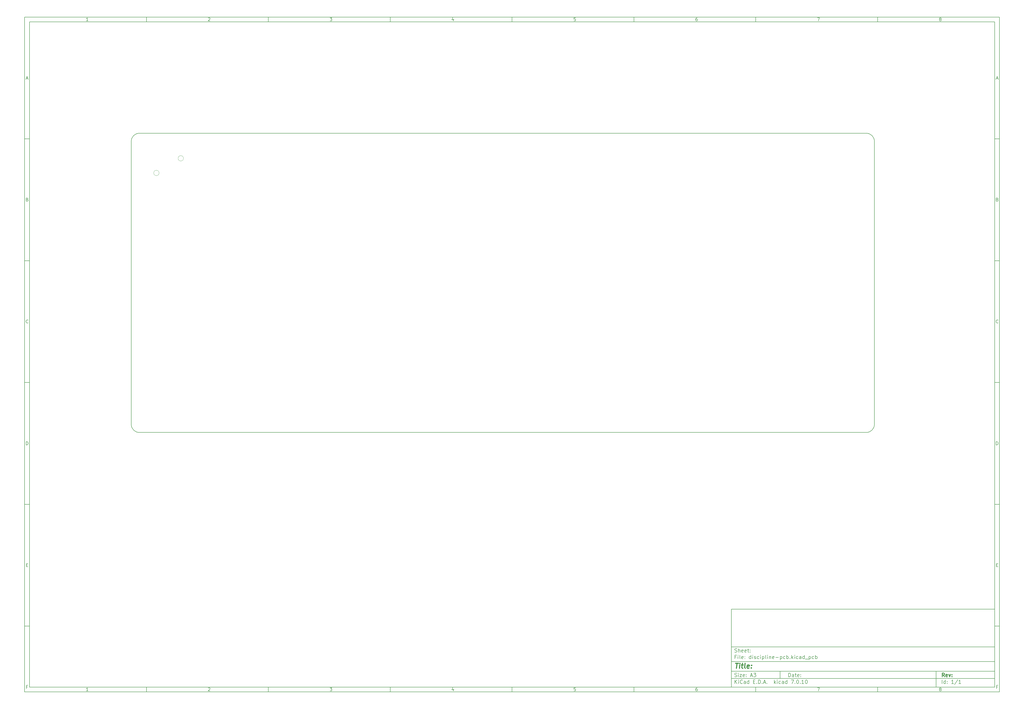
<source format=gm1>
G04 #@! TF.GenerationSoftware,KiCad,Pcbnew,7.0.10*
G04 #@! TF.CreationDate,2024-01-29T11:03:32+01:00*
G04 #@! TF.ProjectId,discipline-pcb,64697363-6970-46c6-996e-652d7063622e,rev?*
G04 #@! TF.SameCoordinates,Original*
G04 #@! TF.FileFunction,Profile,NP*
%FSLAX46Y46*%
G04 Gerber Fmt 4.6, Leading zero omitted, Abs format (unit mm)*
G04 Created by KiCad (PCBNEW 7.0.10) date 2024-01-29 11:03:32*
%MOMM*%
%LPD*%
G01*
G04 APERTURE LIST*
%ADD10C,0.100000*%
%ADD11C,0.150000*%
%ADD12C,0.300000*%
%ADD13C,0.400000*%
G04 #@! TA.AperFunction,Profile*
%ADD14C,0.150000*%
G04 #@! TD*
G04 #@! TA.AperFunction,Profile*
%ADD15C,0.120000*%
G04 #@! TD*
G04 APERTURE END LIST*
D10*
D11*
X299989000Y-253002200D02*
X407989000Y-253002200D01*
X407989000Y-285002200D01*
X299989000Y-285002200D01*
X299989000Y-253002200D01*
D10*
D11*
X10000000Y-10000000D02*
X409989000Y-10000000D01*
X409989000Y-287002200D01*
X10000000Y-287002200D01*
X10000000Y-10000000D01*
D10*
D11*
X12000000Y-12000000D02*
X407989000Y-12000000D01*
X407989000Y-285002200D01*
X12000000Y-285002200D01*
X12000000Y-12000000D01*
D10*
D11*
X60000000Y-12000000D02*
X60000000Y-10000000D01*
D10*
D11*
X110000000Y-12000000D02*
X110000000Y-10000000D01*
D10*
D11*
X160000000Y-12000000D02*
X160000000Y-10000000D01*
D10*
D11*
X210000000Y-12000000D02*
X210000000Y-10000000D01*
D10*
D11*
X260000000Y-12000000D02*
X260000000Y-10000000D01*
D10*
D11*
X310000000Y-12000000D02*
X310000000Y-10000000D01*
D10*
D11*
X360000000Y-12000000D02*
X360000000Y-10000000D01*
D10*
D11*
X36089160Y-11593604D02*
X35346303Y-11593604D01*
X35717731Y-11593604D02*
X35717731Y-10293604D01*
X35717731Y-10293604D02*
X35593922Y-10479319D01*
X35593922Y-10479319D02*
X35470112Y-10603128D01*
X35470112Y-10603128D02*
X35346303Y-10665033D01*
D10*
D11*
X85346303Y-10417414D02*
X85408207Y-10355509D01*
X85408207Y-10355509D02*
X85532017Y-10293604D01*
X85532017Y-10293604D02*
X85841541Y-10293604D01*
X85841541Y-10293604D02*
X85965350Y-10355509D01*
X85965350Y-10355509D02*
X86027255Y-10417414D01*
X86027255Y-10417414D02*
X86089160Y-10541223D01*
X86089160Y-10541223D02*
X86089160Y-10665033D01*
X86089160Y-10665033D02*
X86027255Y-10850747D01*
X86027255Y-10850747D02*
X85284398Y-11593604D01*
X85284398Y-11593604D02*
X86089160Y-11593604D01*
D10*
D11*
X135284398Y-10293604D02*
X136089160Y-10293604D01*
X136089160Y-10293604D02*
X135655826Y-10788842D01*
X135655826Y-10788842D02*
X135841541Y-10788842D01*
X135841541Y-10788842D02*
X135965350Y-10850747D01*
X135965350Y-10850747D02*
X136027255Y-10912652D01*
X136027255Y-10912652D02*
X136089160Y-11036461D01*
X136089160Y-11036461D02*
X136089160Y-11345985D01*
X136089160Y-11345985D02*
X136027255Y-11469795D01*
X136027255Y-11469795D02*
X135965350Y-11531700D01*
X135965350Y-11531700D02*
X135841541Y-11593604D01*
X135841541Y-11593604D02*
X135470112Y-11593604D01*
X135470112Y-11593604D02*
X135346303Y-11531700D01*
X135346303Y-11531700D02*
X135284398Y-11469795D01*
D10*
D11*
X185965350Y-10726938D02*
X185965350Y-11593604D01*
X185655826Y-10231700D02*
X185346303Y-11160271D01*
X185346303Y-11160271D02*
X186151064Y-11160271D01*
D10*
D11*
X236027255Y-10293604D02*
X235408207Y-10293604D01*
X235408207Y-10293604D02*
X235346303Y-10912652D01*
X235346303Y-10912652D02*
X235408207Y-10850747D01*
X235408207Y-10850747D02*
X235532017Y-10788842D01*
X235532017Y-10788842D02*
X235841541Y-10788842D01*
X235841541Y-10788842D02*
X235965350Y-10850747D01*
X235965350Y-10850747D02*
X236027255Y-10912652D01*
X236027255Y-10912652D02*
X236089160Y-11036461D01*
X236089160Y-11036461D02*
X236089160Y-11345985D01*
X236089160Y-11345985D02*
X236027255Y-11469795D01*
X236027255Y-11469795D02*
X235965350Y-11531700D01*
X235965350Y-11531700D02*
X235841541Y-11593604D01*
X235841541Y-11593604D02*
X235532017Y-11593604D01*
X235532017Y-11593604D02*
X235408207Y-11531700D01*
X235408207Y-11531700D02*
X235346303Y-11469795D01*
D10*
D11*
X285965350Y-10293604D02*
X285717731Y-10293604D01*
X285717731Y-10293604D02*
X285593922Y-10355509D01*
X285593922Y-10355509D02*
X285532017Y-10417414D01*
X285532017Y-10417414D02*
X285408207Y-10603128D01*
X285408207Y-10603128D02*
X285346303Y-10850747D01*
X285346303Y-10850747D02*
X285346303Y-11345985D01*
X285346303Y-11345985D02*
X285408207Y-11469795D01*
X285408207Y-11469795D02*
X285470112Y-11531700D01*
X285470112Y-11531700D02*
X285593922Y-11593604D01*
X285593922Y-11593604D02*
X285841541Y-11593604D01*
X285841541Y-11593604D02*
X285965350Y-11531700D01*
X285965350Y-11531700D02*
X286027255Y-11469795D01*
X286027255Y-11469795D02*
X286089160Y-11345985D01*
X286089160Y-11345985D02*
X286089160Y-11036461D01*
X286089160Y-11036461D02*
X286027255Y-10912652D01*
X286027255Y-10912652D02*
X285965350Y-10850747D01*
X285965350Y-10850747D02*
X285841541Y-10788842D01*
X285841541Y-10788842D02*
X285593922Y-10788842D01*
X285593922Y-10788842D02*
X285470112Y-10850747D01*
X285470112Y-10850747D02*
X285408207Y-10912652D01*
X285408207Y-10912652D02*
X285346303Y-11036461D01*
D10*
D11*
X335284398Y-10293604D02*
X336151064Y-10293604D01*
X336151064Y-10293604D02*
X335593922Y-11593604D01*
D10*
D11*
X385593922Y-10850747D02*
X385470112Y-10788842D01*
X385470112Y-10788842D02*
X385408207Y-10726938D01*
X385408207Y-10726938D02*
X385346303Y-10603128D01*
X385346303Y-10603128D02*
X385346303Y-10541223D01*
X385346303Y-10541223D02*
X385408207Y-10417414D01*
X385408207Y-10417414D02*
X385470112Y-10355509D01*
X385470112Y-10355509D02*
X385593922Y-10293604D01*
X385593922Y-10293604D02*
X385841541Y-10293604D01*
X385841541Y-10293604D02*
X385965350Y-10355509D01*
X385965350Y-10355509D02*
X386027255Y-10417414D01*
X386027255Y-10417414D02*
X386089160Y-10541223D01*
X386089160Y-10541223D02*
X386089160Y-10603128D01*
X386089160Y-10603128D02*
X386027255Y-10726938D01*
X386027255Y-10726938D02*
X385965350Y-10788842D01*
X385965350Y-10788842D02*
X385841541Y-10850747D01*
X385841541Y-10850747D02*
X385593922Y-10850747D01*
X385593922Y-10850747D02*
X385470112Y-10912652D01*
X385470112Y-10912652D02*
X385408207Y-10974557D01*
X385408207Y-10974557D02*
X385346303Y-11098366D01*
X385346303Y-11098366D02*
X385346303Y-11345985D01*
X385346303Y-11345985D02*
X385408207Y-11469795D01*
X385408207Y-11469795D02*
X385470112Y-11531700D01*
X385470112Y-11531700D02*
X385593922Y-11593604D01*
X385593922Y-11593604D02*
X385841541Y-11593604D01*
X385841541Y-11593604D02*
X385965350Y-11531700D01*
X385965350Y-11531700D02*
X386027255Y-11469795D01*
X386027255Y-11469795D02*
X386089160Y-11345985D01*
X386089160Y-11345985D02*
X386089160Y-11098366D01*
X386089160Y-11098366D02*
X386027255Y-10974557D01*
X386027255Y-10974557D02*
X385965350Y-10912652D01*
X385965350Y-10912652D02*
X385841541Y-10850747D01*
D10*
D11*
X60000000Y-285002200D02*
X60000000Y-287002200D01*
D10*
D11*
X110000000Y-285002200D02*
X110000000Y-287002200D01*
D10*
D11*
X160000000Y-285002200D02*
X160000000Y-287002200D01*
D10*
D11*
X210000000Y-285002200D02*
X210000000Y-287002200D01*
D10*
D11*
X260000000Y-285002200D02*
X260000000Y-287002200D01*
D10*
D11*
X310000000Y-285002200D02*
X310000000Y-287002200D01*
D10*
D11*
X360000000Y-285002200D02*
X360000000Y-287002200D01*
D10*
D11*
X36089160Y-286595804D02*
X35346303Y-286595804D01*
X35717731Y-286595804D02*
X35717731Y-285295804D01*
X35717731Y-285295804D02*
X35593922Y-285481519D01*
X35593922Y-285481519D02*
X35470112Y-285605328D01*
X35470112Y-285605328D02*
X35346303Y-285667233D01*
D10*
D11*
X85346303Y-285419614D02*
X85408207Y-285357709D01*
X85408207Y-285357709D02*
X85532017Y-285295804D01*
X85532017Y-285295804D02*
X85841541Y-285295804D01*
X85841541Y-285295804D02*
X85965350Y-285357709D01*
X85965350Y-285357709D02*
X86027255Y-285419614D01*
X86027255Y-285419614D02*
X86089160Y-285543423D01*
X86089160Y-285543423D02*
X86089160Y-285667233D01*
X86089160Y-285667233D02*
X86027255Y-285852947D01*
X86027255Y-285852947D02*
X85284398Y-286595804D01*
X85284398Y-286595804D02*
X86089160Y-286595804D01*
D10*
D11*
X135284398Y-285295804D02*
X136089160Y-285295804D01*
X136089160Y-285295804D02*
X135655826Y-285791042D01*
X135655826Y-285791042D02*
X135841541Y-285791042D01*
X135841541Y-285791042D02*
X135965350Y-285852947D01*
X135965350Y-285852947D02*
X136027255Y-285914852D01*
X136027255Y-285914852D02*
X136089160Y-286038661D01*
X136089160Y-286038661D02*
X136089160Y-286348185D01*
X136089160Y-286348185D02*
X136027255Y-286471995D01*
X136027255Y-286471995D02*
X135965350Y-286533900D01*
X135965350Y-286533900D02*
X135841541Y-286595804D01*
X135841541Y-286595804D02*
X135470112Y-286595804D01*
X135470112Y-286595804D02*
X135346303Y-286533900D01*
X135346303Y-286533900D02*
X135284398Y-286471995D01*
D10*
D11*
X185965350Y-285729138D02*
X185965350Y-286595804D01*
X185655826Y-285233900D02*
X185346303Y-286162471D01*
X185346303Y-286162471D02*
X186151064Y-286162471D01*
D10*
D11*
X236027255Y-285295804D02*
X235408207Y-285295804D01*
X235408207Y-285295804D02*
X235346303Y-285914852D01*
X235346303Y-285914852D02*
X235408207Y-285852947D01*
X235408207Y-285852947D02*
X235532017Y-285791042D01*
X235532017Y-285791042D02*
X235841541Y-285791042D01*
X235841541Y-285791042D02*
X235965350Y-285852947D01*
X235965350Y-285852947D02*
X236027255Y-285914852D01*
X236027255Y-285914852D02*
X236089160Y-286038661D01*
X236089160Y-286038661D02*
X236089160Y-286348185D01*
X236089160Y-286348185D02*
X236027255Y-286471995D01*
X236027255Y-286471995D02*
X235965350Y-286533900D01*
X235965350Y-286533900D02*
X235841541Y-286595804D01*
X235841541Y-286595804D02*
X235532017Y-286595804D01*
X235532017Y-286595804D02*
X235408207Y-286533900D01*
X235408207Y-286533900D02*
X235346303Y-286471995D01*
D10*
D11*
X285965350Y-285295804D02*
X285717731Y-285295804D01*
X285717731Y-285295804D02*
X285593922Y-285357709D01*
X285593922Y-285357709D02*
X285532017Y-285419614D01*
X285532017Y-285419614D02*
X285408207Y-285605328D01*
X285408207Y-285605328D02*
X285346303Y-285852947D01*
X285346303Y-285852947D02*
X285346303Y-286348185D01*
X285346303Y-286348185D02*
X285408207Y-286471995D01*
X285408207Y-286471995D02*
X285470112Y-286533900D01*
X285470112Y-286533900D02*
X285593922Y-286595804D01*
X285593922Y-286595804D02*
X285841541Y-286595804D01*
X285841541Y-286595804D02*
X285965350Y-286533900D01*
X285965350Y-286533900D02*
X286027255Y-286471995D01*
X286027255Y-286471995D02*
X286089160Y-286348185D01*
X286089160Y-286348185D02*
X286089160Y-286038661D01*
X286089160Y-286038661D02*
X286027255Y-285914852D01*
X286027255Y-285914852D02*
X285965350Y-285852947D01*
X285965350Y-285852947D02*
X285841541Y-285791042D01*
X285841541Y-285791042D02*
X285593922Y-285791042D01*
X285593922Y-285791042D02*
X285470112Y-285852947D01*
X285470112Y-285852947D02*
X285408207Y-285914852D01*
X285408207Y-285914852D02*
X285346303Y-286038661D01*
D10*
D11*
X335284398Y-285295804D02*
X336151064Y-285295804D01*
X336151064Y-285295804D02*
X335593922Y-286595804D01*
D10*
D11*
X385593922Y-285852947D02*
X385470112Y-285791042D01*
X385470112Y-285791042D02*
X385408207Y-285729138D01*
X385408207Y-285729138D02*
X385346303Y-285605328D01*
X385346303Y-285605328D02*
X385346303Y-285543423D01*
X385346303Y-285543423D02*
X385408207Y-285419614D01*
X385408207Y-285419614D02*
X385470112Y-285357709D01*
X385470112Y-285357709D02*
X385593922Y-285295804D01*
X385593922Y-285295804D02*
X385841541Y-285295804D01*
X385841541Y-285295804D02*
X385965350Y-285357709D01*
X385965350Y-285357709D02*
X386027255Y-285419614D01*
X386027255Y-285419614D02*
X386089160Y-285543423D01*
X386089160Y-285543423D02*
X386089160Y-285605328D01*
X386089160Y-285605328D02*
X386027255Y-285729138D01*
X386027255Y-285729138D02*
X385965350Y-285791042D01*
X385965350Y-285791042D02*
X385841541Y-285852947D01*
X385841541Y-285852947D02*
X385593922Y-285852947D01*
X385593922Y-285852947D02*
X385470112Y-285914852D01*
X385470112Y-285914852D02*
X385408207Y-285976757D01*
X385408207Y-285976757D02*
X385346303Y-286100566D01*
X385346303Y-286100566D02*
X385346303Y-286348185D01*
X385346303Y-286348185D02*
X385408207Y-286471995D01*
X385408207Y-286471995D02*
X385470112Y-286533900D01*
X385470112Y-286533900D02*
X385593922Y-286595804D01*
X385593922Y-286595804D02*
X385841541Y-286595804D01*
X385841541Y-286595804D02*
X385965350Y-286533900D01*
X385965350Y-286533900D02*
X386027255Y-286471995D01*
X386027255Y-286471995D02*
X386089160Y-286348185D01*
X386089160Y-286348185D02*
X386089160Y-286100566D01*
X386089160Y-286100566D02*
X386027255Y-285976757D01*
X386027255Y-285976757D02*
X385965350Y-285914852D01*
X385965350Y-285914852D02*
X385841541Y-285852947D01*
D10*
D11*
X10000000Y-60000000D02*
X12000000Y-60000000D01*
D10*
D11*
X10000000Y-110000000D02*
X12000000Y-110000000D01*
D10*
D11*
X10000000Y-160000000D02*
X12000000Y-160000000D01*
D10*
D11*
X10000000Y-210000000D02*
X12000000Y-210000000D01*
D10*
D11*
X10000000Y-260000000D02*
X12000000Y-260000000D01*
D10*
D11*
X10690476Y-35222176D02*
X11309523Y-35222176D01*
X10566666Y-35593604D02*
X10999999Y-34293604D01*
X10999999Y-34293604D02*
X11433333Y-35593604D01*
D10*
D11*
X11092857Y-84912652D02*
X11278571Y-84974557D01*
X11278571Y-84974557D02*
X11340476Y-85036461D01*
X11340476Y-85036461D02*
X11402380Y-85160271D01*
X11402380Y-85160271D02*
X11402380Y-85345985D01*
X11402380Y-85345985D02*
X11340476Y-85469795D01*
X11340476Y-85469795D02*
X11278571Y-85531700D01*
X11278571Y-85531700D02*
X11154761Y-85593604D01*
X11154761Y-85593604D02*
X10659523Y-85593604D01*
X10659523Y-85593604D02*
X10659523Y-84293604D01*
X10659523Y-84293604D02*
X11092857Y-84293604D01*
X11092857Y-84293604D02*
X11216666Y-84355509D01*
X11216666Y-84355509D02*
X11278571Y-84417414D01*
X11278571Y-84417414D02*
X11340476Y-84541223D01*
X11340476Y-84541223D02*
X11340476Y-84665033D01*
X11340476Y-84665033D02*
X11278571Y-84788842D01*
X11278571Y-84788842D02*
X11216666Y-84850747D01*
X11216666Y-84850747D02*
X11092857Y-84912652D01*
X11092857Y-84912652D02*
X10659523Y-84912652D01*
D10*
D11*
X11402380Y-135469795D02*
X11340476Y-135531700D01*
X11340476Y-135531700D02*
X11154761Y-135593604D01*
X11154761Y-135593604D02*
X11030952Y-135593604D01*
X11030952Y-135593604D02*
X10845238Y-135531700D01*
X10845238Y-135531700D02*
X10721428Y-135407890D01*
X10721428Y-135407890D02*
X10659523Y-135284080D01*
X10659523Y-135284080D02*
X10597619Y-135036461D01*
X10597619Y-135036461D02*
X10597619Y-134850747D01*
X10597619Y-134850747D02*
X10659523Y-134603128D01*
X10659523Y-134603128D02*
X10721428Y-134479319D01*
X10721428Y-134479319D02*
X10845238Y-134355509D01*
X10845238Y-134355509D02*
X11030952Y-134293604D01*
X11030952Y-134293604D02*
X11154761Y-134293604D01*
X11154761Y-134293604D02*
X11340476Y-134355509D01*
X11340476Y-134355509D02*
X11402380Y-134417414D01*
D10*
D11*
X10659523Y-185593604D02*
X10659523Y-184293604D01*
X10659523Y-184293604D02*
X10969047Y-184293604D01*
X10969047Y-184293604D02*
X11154761Y-184355509D01*
X11154761Y-184355509D02*
X11278571Y-184479319D01*
X11278571Y-184479319D02*
X11340476Y-184603128D01*
X11340476Y-184603128D02*
X11402380Y-184850747D01*
X11402380Y-184850747D02*
X11402380Y-185036461D01*
X11402380Y-185036461D02*
X11340476Y-185284080D01*
X11340476Y-185284080D02*
X11278571Y-185407890D01*
X11278571Y-185407890D02*
X11154761Y-185531700D01*
X11154761Y-185531700D02*
X10969047Y-185593604D01*
X10969047Y-185593604D02*
X10659523Y-185593604D01*
D10*
D11*
X10721428Y-234912652D02*
X11154762Y-234912652D01*
X11340476Y-235593604D02*
X10721428Y-235593604D01*
X10721428Y-235593604D02*
X10721428Y-234293604D01*
X10721428Y-234293604D02*
X11340476Y-234293604D01*
D10*
D11*
X11185714Y-284912652D02*
X10752380Y-284912652D01*
X10752380Y-285593604D02*
X10752380Y-284293604D01*
X10752380Y-284293604D02*
X11371428Y-284293604D01*
D10*
D11*
X409989000Y-60000000D02*
X407989000Y-60000000D01*
D10*
D11*
X409989000Y-110000000D02*
X407989000Y-110000000D01*
D10*
D11*
X409989000Y-160000000D02*
X407989000Y-160000000D01*
D10*
D11*
X409989000Y-210000000D02*
X407989000Y-210000000D01*
D10*
D11*
X409989000Y-260000000D02*
X407989000Y-260000000D01*
D10*
D11*
X408679476Y-35222176D02*
X409298523Y-35222176D01*
X408555666Y-35593604D02*
X408988999Y-34293604D01*
X408988999Y-34293604D02*
X409422333Y-35593604D01*
D10*
D11*
X409081857Y-84912652D02*
X409267571Y-84974557D01*
X409267571Y-84974557D02*
X409329476Y-85036461D01*
X409329476Y-85036461D02*
X409391380Y-85160271D01*
X409391380Y-85160271D02*
X409391380Y-85345985D01*
X409391380Y-85345985D02*
X409329476Y-85469795D01*
X409329476Y-85469795D02*
X409267571Y-85531700D01*
X409267571Y-85531700D02*
X409143761Y-85593604D01*
X409143761Y-85593604D02*
X408648523Y-85593604D01*
X408648523Y-85593604D02*
X408648523Y-84293604D01*
X408648523Y-84293604D02*
X409081857Y-84293604D01*
X409081857Y-84293604D02*
X409205666Y-84355509D01*
X409205666Y-84355509D02*
X409267571Y-84417414D01*
X409267571Y-84417414D02*
X409329476Y-84541223D01*
X409329476Y-84541223D02*
X409329476Y-84665033D01*
X409329476Y-84665033D02*
X409267571Y-84788842D01*
X409267571Y-84788842D02*
X409205666Y-84850747D01*
X409205666Y-84850747D02*
X409081857Y-84912652D01*
X409081857Y-84912652D02*
X408648523Y-84912652D01*
D10*
D11*
X409391380Y-135469795D02*
X409329476Y-135531700D01*
X409329476Y-135531700D02*
X409143761Y-135593604D01*
X409143761Y-135593604D02*
X409019952Y-135593604D01*
X409019952Y-135593604D02*
X408834238Y-135531700D01*
X408834238Y-135531700D02*
X408710428Y-135407890D01*
X408710428Y-135407890D02*
X408648523Y-135284080D01*
X408648523Y-135284080D02*
X408586619Y-135036461D01*
X408586619Y-135036461D02*
X408586619Y-134850747D01*
X408586619Y-134850747D02*
X408648523Y-134603128D01*
X408648523Y-134603128D02*
X408710428Y-134479319D01*
X408710428Y-134479319D02*
X408834238Y-134355509D01*
X408834238Y-134355509D02*
X409019952Y-134293604D01*
X409019952Y-134293604D02*
X409143761Y-134293604D01*
X409143761Y-134293604D02*
X409329476Y-134355509D01*
X409329476Y-134355509D02*
X409391380Y-134417414D01*
D10*
D11*
X408648523Y-185593604D02*
X408648523Y-184293604D01*
X408648523Y-184293604D02*
X408958047Y-184293604D01*
X408958047Y-184293604D02*
X409143761Y-184355509D01*
X409143761Y-184355509D02*
X409267571Y-184479319D01*
X409267571Y-184479319D02*
X409329476Y-184603128D01*
X409329476Y-184603128D02*
X409391380Y-184850747D01*
X409391380Y-184850747D02*
X409391380Y-185036461D01*
X409391380Y-185036461D02*
X409329476Y-185284080D01*
X409329476Y-185284080D02*
X409267571Y-185407890D01*
X409267571Y-185407890D02*
X409143761Y-185531700D01*
X409143761Y-185531700D02*
X408958047Y-185593604D01*
X408958047Y-185593604D02*
X408648523Y-185593604D01*
D10*
D11*
X408710428Y-234912652D02*
X409143762Y-234912652D01*
X409329476Y-235593604D02*
X408710428Y-235593604D01*
X408710428Y-235593604D02*
X408710428Y-234293604D01*
X408710428Y-234293604D02*
X409329476Y-234293604D01*
D10*
D11*
X409174714Y-284912652D02*
X408741380Y-284912652D01*
X408741380Y-285593604D02*
X408741380Y-284293604D01*
X408741380Y-284293604D02*
X409360428Y-284293604D01*
D10*
D11*
X323444826Y-280788328D02*
X323444826Y-279288328D01*
X323444826Y-279288328D02*
X323801969Y-279288328D01*
X323801969Y-279288328D02*
X324016255Y-279359757D01*
X324016255Y-279359757D02*
X324159112Y-279502614D01*
X324159112Y-279502614D02*
X324230541Y-279645471D01*
X324230541Y-279645471D02*
X324301969Y-279931185D01*
X324301969Y-279931185D02*
X324301969Y-280145471D01*
X324301969Y-280145471D02*
X324230541Y-280431185D01*
X324230541Y-280431185D02*
X324159112Y-280574042D01*
X324159112Y-280574042D02*
X324016255Y-280716900D01*
X324016255Y-280716900D02*
X323801969Y-280788328D01*
X323801969Y-280788328D02*
X323444826Y-280788328D01*
X325587684Y-280788328D02*
X325587684Y-280002614D01*
X325587684Y-280002614D02*
X325516255Y-279859757D01*
X325516255Y-279859757D02*
X325373398Y-279788328D01*
X325373398Y-279788328D02*
X325087684Y-279788328D01*
X325087684Y-279788328D02*
X324944826Y-279859757D01*
X325587684Y-280716900D02*
X325444826Y-280788328D01*
X325444826Y-280788328D02*
X325087684Y-280788328D01*
X325087684Y-280788328D02*
X324944826Y-280716900D01*
X324944826Y-280716900D02*
X324873398Y-280574042D01*
X324873398Y-280574042D02*
X324873398Y-280431185D01*
X324873398Y-280431185D02*
X324944826Y-280288328D01*
X324944826Y-280288328D02*
X325087684Y-280216900D01*
X325087684Y-280216900D02*
X325444826Y-280216900D01*
X325444826Y-280216900D02*
X325587684Y-280145471D01*
X326087684Y-279788328D02*
X326659112Y-279788328D01*
X326301969Y-279288328D02*
X326301969Y-280574042D01*
X326301969Y-280574042D02*
X326373398Y-280716900D01*
X326373398Y-280716900D02*
X326516255Y-280788328D01*
X326516255Y-280788328D02*
X326659112Y-280788328D01*
X327730541Y-280716900D02*
X327587684Y-280788328D01*
X327587684Y-280788328D02*
X327301970Y-280788328D01*
X327301970Y-280788328D02*
X327159112Y-280716900D01*
X327159112Y-280716900D02*
X327087684Y-280574042D01*
X327087684Y-280574042D02*
X327087684Y-280002614D01*
X327087684Y-280002614D02*
X327159112Y-279859757D01*
X327159112Y-279859757D02*
X327301970Y-279788328D01*
X327301970Y-279788328D02*
X327587684Y-279788328D01*
X327587684Y-279788328D02*
X327730541Y-279859757D01*
X327730541Y-279859757D02*
X327801970Y-280002614D01*
X327801970Y-280002614D02*
X327801970Y-280145471D01*
X327801970Y-280145471D02*
X327087684Y-280288328D01*
X328444826Y-280645471D02*
X328516255Y-280716900D01*
X328516255Y-280716900D02*
X328444826Y-280788328D01*
X328444826Y-280788328D02*
X328373398Y-280716900D01*
X328373398Y-280716900D02*
X328444826Y-280645471D01*
X328444826Y-280645471D02*
X328444826Y-280788328D01*
X328444826Y-279859757D02*
X328516255Y-279931185D01*
X328516255Y-279931185D02*
X328444826Y-280002614D01*
X328444826Y-280002614D02*
X328373398Y-279931185D01*
X328373398Y-279931185D02*
X328444826Y-279859757D01*
X328444826Y-279859757D02*
X328444826Y-280002614D01*
D10*
D11*
X299989000Y-281502200D02*
X407989000Y-281502200D01*
D10*
D11*
X301444826Y-283588328D02*
X301444826Y-282088328D01*
X302301969Y-283588328D02*
X301659112Y-282731185D01*
X302301969Y-282088328D02*
X301444826Y-282945471D01*
X302944826Y-283588328D02*
X302944826Y-282588328D01*
X302944826Y-282088328D02*
X302873398Y-282159757D01*
X302873398Y-282159757D02*
X302944826Y-282231185D01*
X302944826Y-282231185D02*
X303016255Y-282159757D01*
X303016255Y-282159757D02*
X302944826Y-282088328D01*
X302944826Y-282088328D02*
X302944826Y-282231185D01*
X304516255Y-283445471D02*
X304444827Y-283516900D01*
X304444827Y-283516900D02*
X304230541Y-283588328D01*
X304230541Y-283588328D02*
X304087684Y-283588328D01*
X304087684Y-283588328D02*
X303873398Y-283516900D01*
X303873398Y-283516900D02*
X303730541Y-283374042D01*
X303730541Y-283374042D02*
X303659112Y-283231185D01*
X303659112Y-283231185D02*
X303587684Y-282945471D01*
X303587684Y-282945471D02*
X303587684Y-282731185D01*
X303587684Y-282731185D02*
X303659112Y-282445471D01*
X303659112Y-282445471D02*
X303730541Y-282302614D01*
X303730541Y-282302614D02*
X303873398Y-282159757D01*
X303873398Y-282159757D02*
X304087684Y-282088328D01*
X304087684Y-282088328D02*
X304230541Y-282088328D01*
X304230541Y-282088328D02*
X304444827Y-282159757D01*
X304444827Y-282159757D02*
X304516255Y-282231185D01*
X305801970Y-283588328D02*
X305801970Y-282802614D01*
X305801970Y-282802614D02*
X305730541Y-282659757D01*
X305730541Y-282659757D02*
X305587684Y-282588328D01*
X305587684Y-282588328D02*
X305301970Y-282588328D01*
X305301970Y-282588328D02*
X305159112Y-282659757D01*
X305801970Y-283516900D02*
X305659112Y-283588328D01*
X305659112Y-283588328D02*
X305301970Y-283588328D01*
X305301970Y-283588328D02*
X305159112Y-283516900D01*
X305159112Y-283516900D02*
X305087684Y-283374042D01*
X305087684Y-283374042D02*
X305087684Y-283231185D01*
X305087684Y-283231185D02*
X305159112Y-283088328D01*
X305159112Y-283088328D02*
X305301970Y-283016900D01*
X305301970Y-283016900D02*
X305659112Y-283016900D01*
X305659112Y-283016900D02*
X305801970Y-282945471D01*
X307159113Y-283588328D02*
X307159113Y-282088328D01*
X307159113Y-283516900D02*
X307016255Y-283588328D01*
X307016255Y-283588328D02*
X306730541Y-283588328D01*
X306730541Y-283588328D02*
X306587684Y-283516900D01*
X306587684Y-283516900D02*
X306516255Y-283445471D01*
X306516255Y-283445471D02*
X306444827Y-283302614D01*
X306444827Y-283302614D02*
X306444827Y-282874042D01*
X306444827Y-282874042D02*
X306516255Y-282731185D01*
X306516255Y-282731185D02*
X306587684Y-282659757D01*
X306587684Y-282659757D02*
X306730541Y-282588328D01*
X306730541Y-282588328D02*
X307016255Y-282588328D01*
X307016255Y-282588328D02*
X307159113Y-282659757D01*
X309016255Y-282802614D02*
X309516255Y-282802614D01*
X309730541Y-283588328D02*
X309016255Y-283588328D01*
X309016255Y-283588328D02*
X309016255Y-282088328D01*
X309016255Y-282088328D02*
X309730541Y-282088328D01*
X310373398Y-283445471D02*
X310444827Y-283516900D01*
X310444827Y-283516900D02*
X310373398Y-283588328D01*
X310373398Y-283588328D02*
X310301970Y-283516900D01*
X310301970Y-283516900D02*
X310373398Y-283445471D01*
X310373398Y-283445471D02*
X310373398Y-283588328D01*
X311087684Y-283588328D02*
X311087684Y-282088328D01*
X311087684Y-282088328D02*
X311444827Y-282088328D01*
X311444827Y-282088328D02*
X311659113Y-282159757D01*
X311659113Y-282159757D02*
X311801970Y-282302614D01*
X311801970Y-282302614D02*
X311873399Y-282445471D01*
X311873399Y-282445471D02*
X311944827Y-282731185D01*
X311944827Y-282731185D02*
X311944827Y-282945471D01*
X311944827Y-282945471D02*
X311873399Y-283231185D01*
X311873399Y-283231185D02*
X311801970Y-283374042D01*
X311801970Y-283374042D02*
X311659113Y-283516900D01*
X311659113Y-283516900D02*
X311444827Y-283588328D01*
X311444827Y-283588328D02*
X311087684Y-283588328D01*
X312587684Y-283445471D02*
X312659113Y-283516900D01*
X312659113Y-283516900D02*
X312587684Y-283588328D01*
X312587684Y-283588328D02*
X312516256Y-283516900D01*
X312516256Y-283516900D02*
X312587684Y-283445471D01*
X312587684Y-283445471D02*
X312587684Y-283588328D01*
X313230542Y-283159757D02*
X313944828Y-283159757D01*
X313087685Y-283588328D02*
X313587685Y-282088328D01*
X313587685Y-282088328D02*
X314087685Y-283588328D01*
X314587684Y-283445471D02*
X314659113Y-283516900D01*
X314659113Y-283516900D02*
X314587684Y-283588328D01*
X314587684Y-283588328D02*
X314516256Y-283516900D01*
X314516256Y-283516900D02*
X314587684Y-283445471D01*
X314587684Y-283445471D02*
X314587684Y-283588328D01*
X317587684Y-283588328D02*
X317587684Y-282088328D01*
X317730542Y-283016900D02*
X318159113Y-283588328D01*
X318159113Y-282588328D02*
X317587684Y-283159757D01*
X318801970Y-283588328D02*
X318801970Y-282588328D01*
X318801970Y-282088328D02*
X318730542Y-282159757D01*
X318730542Y-282159757D02*
X318801970Y-282231185D01*
X318801970Y-282231185D02*
X318873399Y-282159757D01*
X318873399Y-282159757D02*
X318801970Y-282088328D01*
X318801970Y-282088328D02*
X318801970Y-282231185D01*
X320159114Y-283516900D02*
X320016256Y-283588328D01*
X320016256Y-283588328D02*
X319730542Y-283588328D01*
X319730542Y-283588328D02*
X319587685Y-283516900D01*
X319587685Y-283516900D02*
X319516256Y-283445471D01*
X319516256Y-283445471D02*
X319444828Y-283302614D01*
X319444828Y-283302614D02*
X319444828Y-282874042D01*
X319444828Y-282874042D02*
X319516256Y-282731185D01*
X319516256Y-282731185D02*
X319587685Y-282659757D01*
X319587685Y-282659757D02*
X319730542Y-282588328D01*
X319730542Y-282588328D02*
X320016256Y-282588328D01*
X320016256Y-282588328D02*
X320159114Y-282659757D01*
X321444828Y-283588328D02*
X321444828Y-282802614D01*
X321444828Y-282802614D02*
X321373399Y-282659757D01*
X321373399Y-282659757D02*
X321230542Y-282588328D01*
X321230542Y-282588328D02*
X320944828Y-282588328D01*
X320944828Y-282588328D02*
X320801970Y-282659757D01*
X321444828Y-283516900D02*
X321301970Y-283588328D01*
X321301970Y-283588328D02*
X320944828Y-283588328D01*
X320944828Y-283588328D02*
X320801970Y-283516900D01*
X320801970Y-283516900D02*
X320730542Y-283374042D01*
X320730542Y-283374042D02*
X320730542Y-283231185D01*
X320730542Y-283231185D02*
X320801970Y-283088328D01*
X320801970Y-283088328D02*
X320944828Y-283016900D01*
X320944828Y-283016900D02*
X321301970Y-283016900D01*
X321301970Y-283016900D02*
X321444828Y-282945471D01*
X322801971Y-283588328D02*
X322801971Y-282088328D01*
X322801971Y-283516900D02*
X322659113Y-283588328D01*
X322659113Y-283588328D02*
X322373399Y-283588328D01*
X322373399Y-283588328D02*
X322230542Y-283516900D01*
X322230542Y-283516900D02*
X322159113Y-283445471D01*
X322159113Y-283445471D02*
X322087685Y-283302614D01*
X322087685Y-283302614D02*
X322087685Y-282874042D01*
X322087685Y-282874042D02*
X322159113Y-282731185D01*
X322159113Y-282731185D02*
X322230542Y-282659757D01*
X322230542Y-282659757D02*
X322373399Y-282588328D01*
X322373399Y-282588328D02*
X322659113Y-282588328D01*
X322659113Y-282588328D02*
X322801971Y-282659757D01*
X324516256Y-282088328D02*
X325516256Y-282088328D01*
X325516256Y-282088328D02*
X324873399Y-283588328D01*
X326087684Y-283445471D02*
X326159113Y-283516900D01*
X326159113Y-283516900D02*
X326087684Y-283588328D01*
X326087684Y-283588328D02*
X326016256Y-283516900D01*
X326016256Y-283516900D02*
X326087684Y-283445471D01*
X326087684Y-283445471D02*
X326087684Y-283588328D01*
X327087685Y-282088328D02*
X327230542Y-282088328D01*
X327230542Y-282088328D02*
X327373399Y-282159757D01*
X327373399Y-282159757D02*
X327444828Y-282231185D01*
X327444828Y-282231185D02*
X327516256Y-282374042D01*
X327516256Y-282374042D02*
X327587685Y-282659757D01*
X327587685Y-282659757D02*
X327587685Y-283016900D01*
X327587685Y-283016900D02*
X327516256Y-283302614D01*
X327516256Y-283302614D02*
X327444828Y-283445471D01*
X327444828Y-283445471D02*
X327373399Y-283516900D01*
X327373399Y-283516900D02*
X327230542Y-283588328D01*
X327230542Y-283588328D02*
X327087685Y-283588328D01*
X327087685Y-283588328D02*
X326944828Y-283516900D01*
X326944828Y-283516900D02*
X326873399Y-283445471D01*
X326873399Y-283445471D02*
X326801970Y-283302614D01*
X326801970Y-283302614D02*
X326730542Y-283016900D01*
X326730542Y-283016900D02*
X326730542Y-282659757D01*
X326730542Y-282659757D02*
X326801970Y-282374042D01*
X326801970Y-282374042D02*
X326873399Y-282231185D01*
X326873399Y-282231185D02*
X326944828Y-282159757D01*
X326944828Y-282159757D02*
X327087685Y-282088328D01*
X328230541Y-283445471D02*
X328301970Y-283516900D01*
X328301970Y-283516900D02*
X328230541Y-283588328D01*
X328230541Y-283588328D02*
X328159113Y-283516900D01*
X328159113Y-283516900D02*
X328230541Y-283445471D01*
X328230541Y-283445471D02*
X328230541Y-283588328D01*
X329730542Y-283588328D02*
X328873399Y-283588328D01*
X329301970Y-283588328D02*
X329301970Y-282088328D01*
X329301970Y-282088328D02*
X329159113Y-282302614D01*
X329159113Y-282302614D02*
X329016256Y-282445471D01*
X329016256Y-282445471D02*
X328873399Y-282516900D01*
X330659113Y-282088328D02*
X330801970Y-282088328D01*
X330801970Y-282088328D02*
X330944827Y-282159757D01*
X330944827Y-282159757D02*
X331016256Y-282231185D01*
X331016256Y-282231185D02*
X331087684Y-282374042D01*
X331087684Y-282374042D02*
X331159113Y-282659757D01*
X331159113Y-282659757D02*
X331159113Y-283016900D01*
X331159113Y-283016900D02*
X331087684Y-283302614D01*
X331087684Y-283302614D02*
X331016256Y-283445471D01*
X331016256Y-283445471D02*
X330944827Y-283516900D01*
X330944827Y-283516900D02*
X330801970Y-283588328D01*
X330801970Y-283588328D02*
X330659113Y-283588328D01*
X330659113Y-283588328D02*
X330516256Y-283516900D01*
X330516256Y-283516900D02*
X330444827Y-283445471D01*
X330444827Y-283445471D02*
X330373398Y-283302614D01*
X330373398Y-283302614D02*
X330301970Y-283016900D01*
X330301970Y-283016900D02*
X330301970Y-282659757D01*
X330301970Y-282659757D02*
X330373398Y-282374042D01*
X330373398Y-282374042D02*
X330444827Y-282231185D01*
X330444827Y-282231185D02*
X330516256Y-282159757D01*
X330516256Y-282159757D02*
X330659113Y-282088328D01*
D10*
D11*
X299989000Y-278502200D02*
X407989000Y-278502200D01*
D10*
D12*
X387400653Y-280780528D02*
X386900653Y-280066242D01*
X386543510Y-280780528D02*
X386543510Y-279280528D01*
X386543510Y-279280528D02*
X387114939Y-279280528D01*
X387114939Y-279280528D02*
X387257796Y-279351957D01*
X387257796Y-279351957D02*
X387329225Y-279423385D01*
X387329225Y-279423385D02*
X387400653Y-279566242D01*
X387400653Y-279566242D02*
X387400653Y-279780528D01*
X387400653Y-279780528D02*
X387329225Y-279923385D01*
X387329225Y-279923385D02*
X387257796Y-279994814D01*
X387257796Y-279994814D02*
X387114939Y-280066242D01*
X387114939Y-280066242D02*
X386543510Y-280066242D01*
X388614939Y-280709100D02*
X388472082Y-280780528D01*
X388472082Y-280780528D02*
X388186368Y-280780528D01*
X388186368Y-280780528D02*
X388043510Y-280709100D01*
X388043510Y-280709100D02*
X387972082Y-280566242D01*
X387972082Y-280566242D02*
X387972082Y-279994814D01*
X387972082Y-279994814D02*
X388043510Y-279851957D01*
X388043510Y-279851957D02*
X388186368Y-279780528D01*
X388186368Y-279780528D02*
X388472082Y-279780528D01*
X388472082Y-279780528D02*
X388614939Y-279851957D01*
X388614939Y-279851957D02*
X388686368Y-279994814D01*
X388686368Y-279994814D02*
X388686368Y-280137671D01*
X388686368Y-280137671D02*
X387972082Y-280280528D01*
X389186367Y-279780528D02*
X389543510Y-280780528D01*
X389543510Y-280780528D02*
X389900653Y-279780528D01*
X390472081Y-280637671D02*
X390543510Y-280709100D01*
X390543510Y-280709100D02*
X390472081Y-280780528D01*
X390472081Y-280780528D02*
X390400653Y-280709100D01*
X390400653Y-280709100D02*
X390472081Y-280637671D01*
X390472081Y-280637671D02*
X390472081Y-280780528D01*
X390472081Y-279851957D02*
X390543510Y-279923385D01*
X390543510Y-279923385D02*
X390472081Y-279994814D01*
X390472081Y-279994814D02*
X390400653Y-279923385D01*
X390400653Y-279923385D02*
X390472081Y-279851957D01*
X390472081Y-279851957D02*
X390472081Y-279994814D01*
D10*
D11*
X301373398Y-280716900D02*
X301587684Y-280788328D01*
X301587684Y-280788328D02*
X301944826Y-280788328D01*
X301944826Y-280788328D02*
X302087684Y-280716900D01*
X302087684Y-280716900D02*
X302159112Y-280645471D01*
X302159112Y-280645471D02*
X302230541Y-280502614D01*
X302230541Y-280502614D02*
X302230541Y-280359757D01*
X302230541Y-280359757D02*
X302159112Y-280216900D01*
X302159112Y-280216900D02*
X302087684Y-280145471D01*
X302087684Y-280145471D02*
X301944826Y-280074042D01*
X301944826Y-280074042D02*
X301659112Y-280002614D01*
X301659112Y-280002614D02*
X301516255Y-279931185D01*
X301516255Y-279931185D02*
X301444826Y-279859757D01*
X301444826Y-279859757D02*
X301373398Y-279716900D01*
X301373398Y-279716900D02*
X301373398Y-279574042D01*
X301373398Y-279574042D02*
X301444826Y-279431185D01*
X301444826Y-279431185D02*
X301516255Y-279359757D01*
X301516255Y-279359757D02*
X301659112Y-279288328D01*
X301659112Y-279288328D02*
X302016255Y-279288328D01*
X302016255Y-279288328D02*
X302230541Y-279359757D01*
X302873397Y-280788328D02*
X302873397Y-279788328D01*
X302873397Y-279288328D02*
X302801969Y-279359757D01*
X302801969Y-279359757D02*
X302873397Y-279431185D01*
X302873397Y-279431185D02*
X302944826Y-279359757D01*
X302944826Y-279359757D02*
X302873397Y-279288328D01*
X302873397Y-279288328D02*
X302873397Y-279431185D01*
X303444826Y-279788328D02*
X304230541Y-279788328D01*
X304230541Y-279788328D02*
X303444826Y-280788328D01*
X303444826Y-280788328D02*
X304230541Y-280788328D01*
X305373398Y-280716900D02*
X305230541Y-280788328D01*
X305230541Y-280788328D02*
X304944827Y-280788328D01*
X304944827Y-280788328D02*
X304801969Y-280716900D01*
X304801969Y-280716900D02*
X304730541Y-280574042D01*
X304730541Y-280574042D02*
X304730541Y-280002614D01*
X304730541Y-280002614D02*
X304801969Y-279859757D01*
X304801969Y-279859757D02*
X304944827Y-279788328D01*
X304944827Y-279788328D02*
X305230541Y-279788328D01*
X305230541Y-279788328D02*
X305373398Y-279859757D01*
X305373398Y-279859757D02*
X305444827Y-280002614D01*
X305444827Y-280002614D02*
X305444827Y-280145471D01*
X305444827Y-280145471D02*
X304730541Y-280288328D01*
X306087683Y-280645471D02*
X306159112Y-280716900D01*
X306159112Y-280716900D02*
X306087683Y-280788328D01*
X306087683Y-280788328D02*
X306016255Y-280716900D01*
X306016255Y-280716900D02*
X306087683Y-280645471D01*
X306087683Y-280645471D02*
X306087683Y-280788328D01*
X306087683Y-279859757D02*
X306159112Y-279931185D01*
X306159112Y-279931185D02*
X306087683Y-280002614D01*
X306087683Y-280002614D02*
X306016255Y-279931185D01*
X306016255Y-279931185D02*
X306087683Y-279859757D01*
X306087683Y-279859757D02*
X306087683Y-280002614D01*
X307873398Y-280359757D02*
X308587684Y-280359757D01*
X307730541Y-280788328D02*
X308230541Y-279288328D01*
X308230541Y-279288328D02*
X308730541Y-280788328D01*
X309087683Y-279288328D02*
X310016255Y-279288328D01*
X310016255Y-279288328D02*
X309516255Y-279859757D01*
X309516255Y-279859757D02*
X309730540Y-279859757D01*
X309730540Y-279859757D02*
X309873398Y-279931185D01*
X309873398Y-279931185D02*
X309944826Y-280002614D01*
X309944826Y-280002614D02*
X310016255Y-280145471D01*
X310016255Y-280145471D02*
X310016255Y-280502614D01*
X310016255Y-280502614D02*
X309944826Y-280645471D01*
X309944826Y-280645471D02*
X309873398Y-280716900D01*
X309873398Y-280716900D02*
X309730540Y-280788328D01*
X309730540Y-280788328D02*
X309301969Y-280788328D01*
X309301969Y-280788328D02*
X309159112Y-280716900D01*
X309159112Y-280716900D02*
X309087683Y-280645471D01*
D10*
D11*
X386444826Y-283588328D02*
X386444826Y-282088328D01*
X387801970Y-283588328D02*
X387801970Y-282088328D01*
X387801970Y-283516900D02*
X387659112Y-283588328D01*
X387659112Y-283588328D02*
X387373398Y-283588328D01*
X387373398Y-283588328D02*
X387230541Y-283516900D01*
X387230541Y-283516900D02*
X387159112Y-283445471D01*
X387159112Y-283445471D02*
X387087684Y-283302614D01*
X387087684Y-283302614D02*
X387087684Y-282874042D01*
X387087684Y-282874042D02*
X387159112Y-282731185D01*
X387159112Y-282731185D02*
X387230541Y-282659757D01*
X387230541Y-282659757D02*
X387373398Y-282588328D01*
X387373398Y-282588328D02*
X387659112Y-282588328D01*
X387659112Y-282588328D02*
X387801970Y-282659757D01*
X388516255Y-283445471D02*
X388587684Y-283516900D01*
X388587684Y-283516900D02*
X388516255Y-283588328D01*
X388516255Y-283588328D02*
X388444827Y-283516900D01*
X388444827Y-283516900D02*
X388516255Y-283445471D01*
X388516255Y-283445471D02*
X388516255Y-283588328D01*
X388516255Y-282659757D02*
X388587684Y-282731185D01*
X388587684Y-282731185D02*
X388516255Y-282802614D01*
X388516255Y-282802614D02*
X388444827Y-282731185D01*
X388444827Y-282731185D02*
X388516255Y-282659757D01*
X388516255Y-282659757D02*
X388516255Y-282802614D01*
X391159113Y-283588328D02*
X390301970Y-283588328D01*
X390730541Y-283588328D02*
X390730541Y-282088328D01*
X390730541Y-282088328D02*
X390587684Y-282302614D01*
X390587684Y-282302614D02*
X390444827Y-282445471D01*
X390444827Y-282445471D02*
X390301970Y-282516900D01*
X392873398Y-282016900D02*
X391587684Y-283945471D01*
X394159113Y-283588328D02*
X393301970Y-283588328D01*
X393730541Y-283588328D02*
X393730541Y-282088328D01*
X393730541Y-282088328D02*
X393587684Y-282302614D01*
X393587684Y-282302614D02*
X393444827Y-282445471D01*
X393444827Y-282445471D02*
X393301970Y-282516900D01*
D10*
D11*
X299989000Y-274502200D02*
X407989000Y-274502200D01*
D10*
D13*
X301680728Y-275206638D02*
X302823585Y-275206638D01*
X302002157Y-277206638D02*
X302252157Y-275206638D01*
X303240252Y-277206638D02*
X303406919Y-275873304D01*
X303490252Y-275206638D02*
X303383109Y-275301876D01*
X303383109Y-275301876D02*
X303466443Y-275397114D01*
X303466443Y-275397114D02*
X303573586Y-275301876D01*
X303573586Y-275301876D02*
X303490252Y-275206638D01*
X303490252Y-275206638D02*
X303466443Y-275397114D01*
X304073586Y-275873304D02*
X304835490Y-275873304D01*
X304442633Y-275206638D02*
X304228348Y-276920923D01*
X304228348Y-276920923D02*
X304299776Y-277111400D01*
X304299776Y-277111400D02*
X304478348Y-277206638D01*
X304478348Y-277206638D02*
X304668824Y-277206638D01*
X305621205Y-277206638D02*
X305442633Y-277111400D01*
X305442633Y-277111400D02*
X305371205Y-276920923D01*
X305371205Y-276920923D02*
X305585490Y-275206638D01*
X307156919Y-277111400D02*
X306954538Y-277206638D01*
X306954538Y-277206638D02*
X306573585Y-277206638D01*
X306573585Y-277206638D02*
X306395014Y-277111400D01*
X306395014Y-277111400D02*
X306323585Y-276920923D01*
X306323585Y-276920923D02*
X306418824Y-276159019D01*
X306418824Y-276159019D02*
X306537871Y-275968542D01*
X306537871Y-275968542D02*
X306740252Y-275873304D01*
X306740252Y-275873304D02*
X307121204Y-275873304D01*
X307121204Y-275873304D02*
X307299776Y-275968542D01*
X307299776Y-275968542D02*
X307371204Y-276159019D01*
X307371204Y-276159019D02*
X307347395Y-276349495D01*
X307347395Y-276349495D02*
X306371204Y-276539971D01*
X308121205Y-277016161D02*
X308204538Y-277111400D01*
X308204538Y-277111400D02*
X308097395Y-277206638D01*
X308097395Y-277206638D02*
X308014062Y-277111400D01*
X308014062Y-277111400D02*
X308121205Y-277016161D01*
X308121205Y-277016161D02*
X308097395Y-277206638D01*
X308252157Y-275968542D02*
X308335490Y-276063780D01*
X308335490Y-276063780D02*
X308228348Y-276159019D01*
X308228348Y-276159019D02*
X308145014Y-276063780D01*
X308145014Y-276063780D02*
X308252157Y-275968542D01*
X308252157Y-275968542D02*
X308228348Y-276159019D01*
D10*
D11*
X301944826Y-272602614D02*
X301444826Y-272602614D01*
X301444826Y-273388328D02*
X301444826Y-271888328D01*
X301444826Y-271888328D02*
X302159112Y-271888328D01*
X302730540Y-273388328D02*
X302730540Y-272388328D01*
X302730540Y-271888328D02*
X302659112Y-271959757D01*
X302659112Y-271959757D02*
X302730540Y-272031185D01*
X302730540Y-272031185D02*
X302801969Y-271959757D01*
X302801969Y-271959757D02*
X302730540Y-271888328D01*
X302730540Y-271888328D02*
X302730540Y-272031185D01*
X303659112Y-273388328D02*
X303516255Y-273316900D01*
X303516255Y-273316900D02*
X303444826Y-273174042D01*
X303444826Y-273174042D02*
X303444826Y-271888328D01*
X304801969Y-273316900D02*
X304659112Y-273388328D01*
X304659112Y-273388328D02*
X304373398Y-273388328D01*
X304373398Y-273388328D02*
X304230540Y-273316900D01*
X304230540Y-273316900D02*
X304159112Y-273174042D01*
X304159112Y-273174042D02*
X304159112Y-272602614D01*
X304159112Y-272602614D02*
X304230540Y-272459757D01*
X304230540Y-272459757D02*
X304373398Y-272388328D01*
X304373398Y-272388328D02*
X304659112Y-272388328D01*
X304659112Y-272388328D02*
X304801969Y-272459757D01*
X304801969Y-272459757D02*
X304873398Y-272602614D01*
X304873398Y-272602614D02*
X304873398Y-272745471D01*
X304873398Y-272745471D02*
X304159112Y-272888328D01*
X305516254Y-273245471D02*
X305587683Y-273316900D01*
X305587683Y-273316900D02*
X305516254Y-273388328D01*
X305516254Y-273388328D02*
X305444826Y-273316900D01*
X305444826Y-273316900D02*
X305516254Y-273245471D01*
X305516254Y-273245471D02*
X305516254Y-273388328D01*
X305516254Y-272459757D02*
X305587683Y-272531185D01*
X305587683Y-272531185D02*
X305516254Y-272602614D01*
X305516254Y-272602614D02*
X305444826Y-272531185D01*
X305444826Y-272531185D02*
X305516254Y-272459757D01*
X305516254Y-272459757D02*
X305516254Y-272602614D01*
X308016255Y-273388328D02*
X308016255Y-271888328D01*
X308016255Y-273316900D02*
X307873397Y-273388328D01*
X307873397Y-273388328D02*
X307587683Y-273388328D01*
X307587683Y-273388328D02*
X307444826Y-273316900D01*
X307444826Y-273316900D02*
X307373397Y-273245471D01*
X307373397Y-273245471D02*
X307301969Y-273102614D01*
X307301969Y-273102614D02*
X307301969Y-272674042D01*
X307301969Y-272674042D02*
X307373397Y-272531185D01*
X307373397Y-272531185D02*
X307444826Y-272459757D01*
X307444826Y-272459757D02*
X307587683Y-272388328D01*
X307587683Y-272388328D02*
X307873397Y-272388328D01*
X307873397Y-272388328D02*
X308016255Y-272459757D01*
X308730540Y-273388328D02*
X308730540Y-272388328D01*
X308730540Y-271888328D02*
X308659112Y-271959757D01*
X308659112Y-271959757D02*
X308730540Y-272031185D01*
X308730540Y-272031185D02*
X308801969Y-271959757D01*
X308801969Y-271959757D02*
X308730540Y-271888328D01*
X308730540Y-271888328D02*
X308730540Y-272031185D01*
X309373398Y-273316900D02*
X309516255Y-273388328D01*
X309516255Y-273388328D02*
X309801969Y-273388328D01*
X309801969Y-273388328D02*
X309944826Y-273316900D01*
X309944826Y-273316900D02*
X310016255Y-273174042D01*
X310016255Y-273174042D02*
X310016255Y-273102614D01*
X310016255Y-273102614D02*
X309944826Y-272959757D01*
X309944826Y-272959757D02*
X309801969Y-272888328D01*
X309801969Y-272888328D02*
X309587684Y-272888328D01*
X309587684Y-272888328D02*
X309444826Y-272816900D01*
X309444826Y-272816900D02*
X309373398Y-272674042D01*
X309373398Y-272674042D02*
X309373398Y-272602614D01*
X309373398Y-272602614D02*
X309444826Y-272459757D01*
X309444826Y-272459757D02*
X309587684Y-272388328D01*
X309587684Y-272388328D02*
X309801969Y-272388328D01*
X309801969Y-272388328D02*
X309944826Y-272459757D01*
X311301970Y-273316900D02*
X311159112Y-273388328D01*
X311159112Y-273388328D02*
X310873398Y-273388328D01*
X310873398Y-273388328D02*
X310730541Y-273316900D01*
X310730541Y-273316900D02*
X310659112Y-273245471D01*
X310659112Y-273245471D02*
X310587684Y-273102614D01*
X310587684Y-273102614D02*
X310587684Y-272674042D01*
X310587684Y-272674042D02*
X310659112Y-272531185D01*
X310659112Y-272531185D02*
X310730541Y-272459757D01*
X310730541Y-272459757D02*
X310873398Y-272388328D01*
X310873398Y-272388328D02*
X311159112Y-272388328D01*
X311159112Y-272388328D02*
X311301970Y-272459757D01*
X311944826Y-273388328D02*
X311944826Y-272388328D01*
X311944826Y-271888328D02*
X311873398Y-271959757D01*
X311873398Y-271959757D02*
X311944826Y-272031185D01*
X311944826Y-272031185D02*
X312016255Y-271959757D01*
X312016255Y-271959757D02*
X311944826Y-271888328D01*
X311944826Y-271888328D02*
X311944826Y-272031185D01*
X312659112Y-272388328D02*
X312659112Y-273888328D01*
X312659112Y-272459757D02*
X312801970Y-272388328D01*
X312801970Y-272388328D02*
X313087684Y-272388328D01*
X313087684Y-272388328D02*
X313230541Y-272459757D01*
X313230541Y-272459757D02*
X313301970Y-272531185D01*
X313301970Y-272531185D02*
X313373398Y-272674042D01*
X313373398Y-272674042D02*
X313373398Y-273102614D01*
X313373398Y-273102614D02*
X313301970Y-273245471D01*
X313301970Y-273245471D02*
X313230541Y-273316900D01*
X313230541Y-273316900D02*
X313087684Y-273388328D01*
X313087684Y-273388328D02*
X312801970Y-273388328D01*
X312801970Y-273388328D02*
X312659112Y-273316900D01*
X314230541Y-273388328D02*
X314087684Y-273316900D01*
X314087684Y-273316900D02*
X314016255Y-273174042D01*
X314016255Y-273174042D02*
X314016255Y-271888328D01*
X314801969Y-273388328D02*
X314801969Y-272388328D01*
X314801969Y-271888328D02*
X314730541Y-271959757D01*
X314730541Y-271959757D02*
X314801969Y-272031185D01*
X314801969Y-272031185D02*
X314873398Y-271959757D01*
X314873398Y-271959757D02*
X314801969Y-271888328D01*
X314801969Y-271888328D02*
X314801969Y-272031185D01*
X315516255Y-272388328D02*
X315516255Y-273388328D01*
X315516255Y-272531185D02*
X315587684Y-272459757D01*
X315587684Y-272459757D02*
X315730541Y-272388328D01*
X315730541Y-272388328D02*
X315944827Y-272388328D01*
X315944827Y-272388328D02*
X316087684Y-272459757D01*
X316087684Y-272459757D02*
X316159113Y-272602614D01*
X316159113Y-272602614D02*
X316159113Y-273388328D01*
X317444827Y-273316900D02*
X317301970Y-273388328D01*
X317301970Y-273388328D02*
X317016256Y-273388328D01*
X317016256Y-273388328D02*
X316873398Y-273316900D01*
X316873398Y-273316900D02*
X316801970Y-273174042D01*
X316801970Y-273174042D02*
X316801970Y-272602614D01*
X316801970Y-272602614D02*
X316873398Y-272459757D01*
X316873398Y-272459757D02*
X317016256Y-272388328D01*
X317016256Y-272388328D02*
X317301970Y-272388328D01*
X317301970Y-272388328D02*
X317444827Y-272459757D01*
X317444827Y-272459757D02*
X317516256Y-272602614D01*
X317516256Y-272602614D02*
X317516256Y-272745471D01*
X317516256Y-272745471D02*
X316801970Y-272888328D01*
X318159112Y-272816900D02*
X319301970Y-272816900D01*
X320016255Y-272388328D02*
X320016255Y-273888328D01*
X320016255Y-272459757D02*
X320159113Y-272388328D01*
X320159113Y-272388328D02*
X320444827Y-272388328D01*
X320444827Y-272388328D02*
X320587684Y-272459757D01*
X320587684Y-272459757D02*
X320659113Y-272531185D01*
X320659113Y-272531185D02*
X320730541Y-272674042D01*
X320730541Y-272674042D02*
X320730541Y-273102614D01*
X320730541Y-273102614D02*
X320659113Y-273245471D01*
X320659113Y-273245471D02*
X320587684Y-273316900D01*
X320587684Y-273316900D02*
X320444827Y-273388328D01*
X320444827Y-273388328D02*
X320159113Y-273388328D01*
X320159113Y-273388328D02*
X320016255Y-273316900D01*
X322016256Y-273316900D02*
X321873398Y-273388328D01*
X321873398Y-273388328D02*
X321587684Y-273388328D01*
X321587684Y-273388328D02*
X321444827Y-273316900D01*
X321444827Y-273316900D02*
X321373398Y-273245471D01*
X321373398Y-273245471D02*
X321301970Y-273102614D01*
X321301970Y-273102614D02*
X321301970Y-272674042D01*
X321301970Y-272674042D02*
X321373398Y-272531185D01*
X321373398Y-272531185D02*
X321444827Y-272459757D01*
X321444827Y-272459757D02*
X321587684Y-272388328D01*
X321587684Y-272388328D02*
X321873398Y-272388328D01*
X321873398Y-272388328D02*
X322016256Y-272459757D01*
X322659112Y-273388328D02*
X322659112Y-271888328D01*
X322659112Y-272459757D02*
X322801970Y-272388328D01*
X322801970Y-272388328D02*
X323087684Y-272388328D01*
X323087684Y-272388328D02*
X323230541Y-272459757D01*
X323230541Y-272459757D02*
X323301970Y-272531185D01*
X323301970Y-272531185D02*
X323373398Y-272674042D01*
X323373398Y-272674042D02*
X323373398Y-273102614D01*
X323373398Y-273102614D02*
X323301970Y-273245471D01*
X323301970Y-273245471D02*
X323230541Y-273316900D01*
X323230541Y-273316900D02*
X323087684Y-273388328D01*
X323087684Y-273388328D02*
X322801970Y-273388328D01*
X322801970Y-273388328D02*
X322659112Y-273316900D01*
X324016255Y-273245471D02*
X324087684Y-273316900D01*
X324087684Y-273316900D02*
X324016255Y-273388328D01*
X324016255Y-273388328D02*
X323944827Y-273316900D01*
X323944827Y-273316900D02*
X324016255Y-273245471D01*
X324016255Y-273245471D02*
X324016255Y-273388328D01*
X324730541Y-273388328D02*
X324730541Y-271888328D01*
X324873399Y-272816900D02*
X325301970Y-273388328D01*
X325301970Y-272388328D02*
X324730541Y-272959757D01*
X325944827Y-273388328D02*
X325944827Y-272388328D01*
X325944827Y-271888328D02*
X325873399Y-271959757D01*
X325873399Y-271959757D02*
X325944827Y-272031185D01*
X325944827Y-272031185D02*
X326016256Y-271959757D01*
X326016256Y-271959757D02*
X325944827Y-271888328D01*
X325944827Y-271888328D02*
X325944827Y-272031185D01*
X327301971Y-273316900D02*
X327159113Y-273388328D01*
X327159113Y-273388328D02*
X326873399Y-273388328D01*
X326873399Y-273388328D02*
X326730542Y-273316900D01*
X326730542Y-273316900D02*
X326659113Y-273245471D01*
X326659113Y-273245471D02*
X326587685Y-273102614D01*
X326587685Y-273102614D02*
X326587685Y-272674042D01*
X326587685Y-272674042D02*
X326659113Y-272531185D01*
X326659113Y-272531185D02*
X326730542Y-272459757D01*
X326730542Y-272459757D02*
X326873399Y-272388328D01*
X326873399Y-272388328D02*
X327159113Y-272388328D01*
X327159113Y-272388328D02*
X327301971Y-272459757D01*
X328587685Y-273388328D02*
X328587685Y-272602614D01*
X328587685Y-272602614D02*
X328516256Y-272459757D01*
X328516256Y-272459757D02*
X328373399Y-272388328D01*
X328373399Y-272388328D02*
X328087685Y-272388328D01*
X328087685Y-272388328D02*
X327944827Y-272459757D01*
X328587685Y-273316900D02*
X328444827Y-273388328D01*
X328444827Y-273388328D02*
X328087685Y-273388328D01*
X328087685Y-273388328D02*
X327944827Y-273316900D01*
X327944827Y-273316900D02*
X327873399Y-273174042D01*
X327873399Y-273174042D02*
X327873399Y-273031185D01*
X327873399Y-273031185D02*
X327944827Y-272888328D01*
X327944827Y-272888328D02*
X328087685Y-272816900D01*
X328087685Y-272816900D02*
X328444827Y-272816900D01*
X328444827Y-272816900D02*
X328587685Y-272745471D01*
X329944828Y-273388328D02*
X329944828Y-271888328D01*
X329944828Y-273316900D02*
X329801970Y-273388328D01*
X329801970Y-273388328D02*
X329516256Y-273388328D01*
X329516256Y-273388328D02*
X329373399Y-273316900D01*
X329373399Y-273316900D02*
X329301970Y-273245471D01*
X329301970Y-273245471D02*
X329230542Y-273102614D01*
X329230542Y-273102614D02*
X329230542Y-272674042D01*
X329230542Y-272674042D02*
X329301970Y-272531185D01*
X329301970Y-272531185D02*
X329373399Y-272459757D01*
X329373399Y-272459757D02*
X329516256Y-272388328D01*
X329516256Y-272388328D02*
X329801970Y-272388328D01*
X329801970Y-272388328D02*
X329944828Y-272459757D01*
X330301971Y-273531185D02*
X331444828Y-273531185D01*
X331801970Y-272388328D02*
X331801970Y-273888328D01*
X331801970Y-272459757D02*
X331944828Y-272388328D01*
X331944828Y-272388328D02*
X332230542Y-272388328D01*
X332230542Y-272388328D02*
X332373399Y-272459757D01*
X332373399Y-272459757D02*
X332444828Y-272531185D01*
X332444828Y-272531185D02*
X332516256Y-272674042D01*
X332516256Y-272674042D02*
X332516256Y-273102614D01*
X332516256Y-273102614D02*
X332444828Y-273245471D01*
X332444828Y-273245471D02*
X332373399Y-273316900D01*
X332373399Y-273316900D02*
X332230542Y-273388328D01*
X332230542Y-273388328D02*
X331944828Y-273388328D01*
X331944828Y-273388328D02*
X331801970Y-273316900D01*
X333801971Y-273316900D02*
X333659113Y-273388328D01*
X333659113Y-273388328D02*
X333373399Y-273388328D01*
X333373399Y-273388328D02*
X333230542Y-273316900D01*
X333230542Y-273316900D02*
X333159113Y-273245471D01*
X333159113Y-273245471D02*
X333087685Y-273102614D01*
X333087685Y-273102614D02*
X333087685Y-272674042D01*
X333087685Y-272674042D02*
X333159113Y-272531185D01*
X333159113Y-272531185D02*
X333230542Y-272459757D01*
X333230542Y-272459757D02*
X333373399Y-272388328D01*
X333373399Y-272388328D02*
X333659113Y-272388328D01*
X333659113Y-272388328D02*
X333801971Y-272459757D01*
X334444827Y-273388328D02*
X334444827Y-271888328D01*
X334444827Y-272459757D02*
X334587685Y-272388328D01*
X334587685Y-272388328D02*
X334873399Y-272388328D01*
X334873399Y-272388328D02*
X335016256Y-272459757D01*
X335016256Y-272459757D02*
X335087685Y-272531185D01*
X335087685Y-272531185D02*
X335159113Y-272674042D01*
X335159113Y-272674042D02*
X335159113Y-273102614D01*
X335159113Y-273102614D02*
X335087685Y-273245471D01*
X335087685Y-273245471D02*
X335016256Y-273316900D01*
X335016256Y-273316900D02*
X334873399Y-273388328D01*
X334873399Y-273388328D02*
X334587685Y-273388328D01*
X334587685Y-273388328D02*
X334444827Y-273316900D01*
D10*
D11*
X299989000Y-268502200D02*
X407989000Y-268502200D01*
D10*
D11*
X301373398Y-270616900D02*
X301587684Y-270688328D01*
X301587684Y-270688328D02*
X301944826Y-270688328D01*
X301944826Y-270688328D02*
X302087684Y-270616900D01*
X302087684Y-270616900D02*
X302159112Y-270545471D01*
X302159112Y-270545471D02*
X302230541Y-270402614D01*
X302230541Y-270402614D02*
X302230541Y-270259757D01*
X302230541Y-270259757D02*
X302159112Y-270116900D01*
X302159112Y-270116900D02*
X302087684Y-270045471D01*
X302087684Y-270045471D02*
X301944826Y-269974042D01*
X301944826Y-269974042D02*
X301659112Y-269902614D01*
X301659112Y-269902614D02*
X301516255Y-269831185D01*
X301516255Y-269831185D02*
X301444826Y-269759757D01*
X301444826Y-269759757D02*
X301373398Y-269616900D01*
X301373398Y-269616900D02*
X301373398Y-269474042D01*
X301373398Y-269474042D02*
X301444826Y-269331185D01*
X301444826Y-269331185D02*
X301516255Y-269259757D01*
X301516255Y-269259757D02*
X301659112Y-269188328D01*
X301659112Y-269188328D02*
X302016255Y-269188328D01*
X302016255Y-269188328D02*
X302230541Y-269259757D01*
X302873397Y-270688328D02*
X302873397Y-269188328D01*
X303516255Y-270688328D02*
X303516255Y-269902614D01*
X303516255Y-269902614D02*
X303444826Y-269759757D01*
X303444826Y-269759757D02*
X303301969Y-269688328D01*
X303301969Y-269688328D02*
X303087683Y-269688328D01*
X303087683Y-269688328D02*
X302944826Y-269759757D01*
X302944826Y-269759757D02*
X302873397Y-269831185D01*
X304801969Y-270616900D02*
X304659112Y-270688328D01*
X304659112Y-270688328D02*
X304373398Y-270688328D01*
X304373398Y-270688328D02*
X304230540Y-270616900D01*
X304230540Y-270616900D02*
X304159112Y-270474042D01*
X304159112Y-270474042D02*
X304159112Y-269902614D01*
X304159112Y-269902614D02*
X304230540Y-269759757D01*
X304230540Y-269759757D02*
X304373398Y-269688328D01*
X304373398Y-269688328D02*
X304659112Y-269688328D01*
X304659112Y-269688328D02*
X304801969Y-269759757D01*
X304801969Y-269759757D02*
X304873398Y-269902614D01*
X304873398Y-269902614D02*
X304873398Y-270045471D01*
X304873398Y-270045471D02*
X304159112Y-270188328D01*
X306087683Y-270616900D02*
X305944826Y-270688328D01*
X305944826Y-270688328D02*
X305659112Y-270688328D01*
X305659112Y-270688328D02*
X305516254Y-270616900D01*
X305516254Y-270616900D02*
X305444826Y-270474042D01*
X305444826Y-270474042D02*
X305444826Y-269902614D01*
X305444826Y-269902614D02*
X305516254Y-269759757D01*
X305516254Y-269759757D02*
X305659112Y-269688328D01*
X305659112Y-269688328D02*
X305944826Y-269688328D01*
X305944826Y-269688328D02*
X306087683Y-269759757D01*
X306087683Y-269759757D02*
X306159112Y-269902614D01*
X306159112Y-269902614D02*
X306159112Y-270045471D01*
X306159112Y-270045471D02*
X305444826Y-270188328D01*
X306587683Y-269688328D02*
X307159111Y-269688328D01*
X306801968Y-269188328D02*
X306801968Y-270474042D01*
X306801968Y-270474042D02*
X306873397Y-270616900D01*
X306873397Y-270616900D02*
X307016254Y-270688328D01*
X307016254Y-270688328D02*
X307159111Y-270688328D01*
X307659111Y-270545471D02*
X307730540Y-270616900D01*
X307730540Y-270616900D02*
X307659111Y-270688328D01*
X307659111Y-270688328D02*
X307587683Y-270616900D01*
X307587683Y-270616900D02*
X307659111Y-270545471D01*
X307659111Y-270545471D02*
X307659111Y-270688328D01*
X307659111Y-269759757D02*
X307730540Y-269831185D01*
X307730540Y-269831185D02*
X307659111Y-269902614D01*
X307659111Y-269902614D02*
X307587683Y-269831185D01*
X307587683Y-269831185D02*
X307659111Y-269759757D01*
X307659111Y-269759757D02*
X307659111Y-269902614D01*
D10*
D12*
D10*
D11*
D10*
D11*
D10*
D11*
D10*
D11*
D10*
D11*
X319989000Y-278502200D02*
X319989000Y-281502200D01*
D10*
D11*
X383989000Y-278502200D02*
X383989000Y-285002200D01*
D14*
X53766382Y-177198159D02*
G75*
G03*
X57076441Y-180502218I3307018J2959D01*
G01*
X355353250Y-180502209D02*
G75*
G03*
X358660309Y-177195160I50J3307009D01*
G01*
X358660350Y-61001809D02*
G75*
G03*
X355353250Y-57694750I-3307050J9D01*
G01*
X358660309Y-61001809D02*
X358660309Y-177195160D01*
X57073441Y-57694782D02*
G75*
G03*
X53766382Y-61001809I-41J-3307018D01*
G01*
X57073441Y-57694750D02*
X355353250Y-57694750D01*
X53766382Y-177198159D02*
X53766382Y-61001809D01*
X355353250Y-180502219D02*
X57076441Y-180502219D01*
D15*
X65188000Y-73993000D02*
G75*
G03*
X62988000Y-73993000I-1100000J0D01*
G01*
X62988000Y-73993000D02*
G75*
G03*
X65188000Y-73993000I1100000J0D01*
G01*
X75188000Y-67993000D02*
G75*
G03*
X72988000Y-67993000I-1100000J0D01*
G01*
X72988000Y-67993000D02*
G75*
G03*
X75188000Y-67993000I1100000J0D01*
G01*
M02*

</source>
